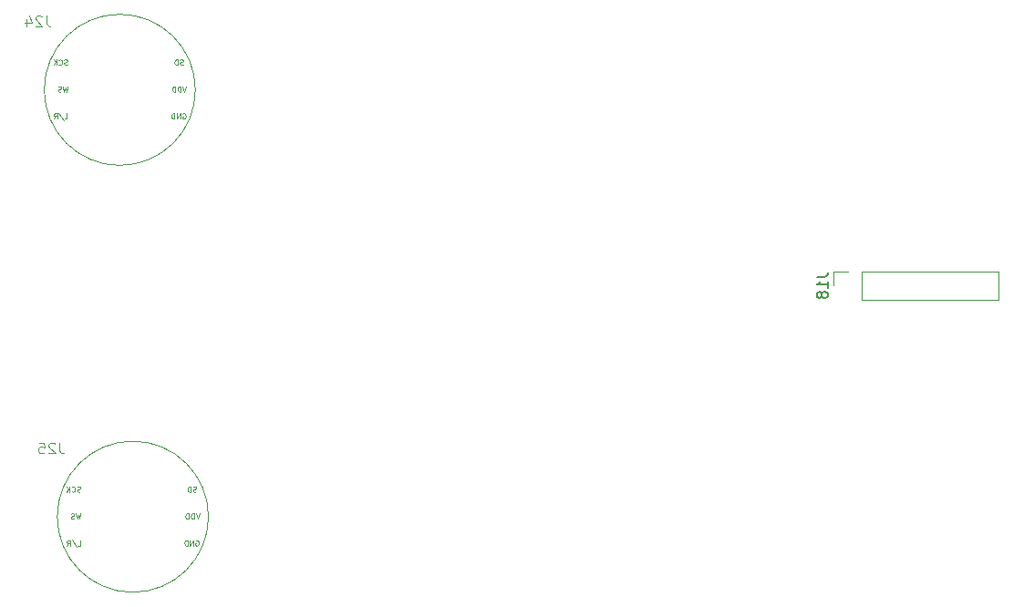
<source format=gbr>
%TF.GenerationSoftware,KiCad,Pcbnew,8.0.1*%
%TF.CreationDate,2024-05-17T10:11:40+07:00*%
%TF.ProjectId,ESP32 Shield,45535033-3220-4536-9869-656c642e6b69,rev?*%
%TF.SameCoordinates,Original*%
%TF.FileFunction,Legend,Bot*%
%TF.FilePolarity,Positive*%
%FSLAX46Y46*%
G04 Gerber Fmt 4.6, Leading zero omitted, Abs format (unit mm)*
G04 Created by KiCad (PCBNEW 8.0.1) date 2024-05-17 10:11:40*
%MOMM*%
%LPD*%
G01*
G04 APERTURE LIST*
%ADD10C,0.100000*%
%ADD11C,0.050000*%
%ADD12C,0.150000*%
%ADD13C,0.120000*%
G04 APERTURE END LIST*
D10*
X115519523Y-52167419D02*
X115519523Y-52881704D01*
X115519523Y-52881704D02*
X115567142Y-53024561D01*
X115567142Y-53024561D02*
X115662380Y-53119800D01*
X115662380Y-53119800D02*
X115805237Y-53167419D01*
X115805237Y-53167419D02*
X115900475Y-53167419D01*
X115090951Y-52262657D02*
X115043332Y-52215038D01*
X115043332Y-52215038D02*
X114948094Y-52167419D01*
X114948094Y-52167419D02*
X114709999Y-52167419D01*
X114709999Y-52167419D02*
X114614761Y-52215038D01*
X114614761Y-52215038D02*
X114567142Y-52262657D01*
X114567142Y-52262657D02*
X114519523Y-52357895D01*
X114519523Y-52357895D02*
X114519523Y-52453133D01*
X114519523Y-52453133D02*
X114567142Y-52595990D01*
X114567142Y-52595990D02*
X115138570Y-53167419D01*
X115138570Y-53167419D02*
X114519523Y-53167419D01*
X113662380Y-52500752D02*
X113662380Y-53167419D01*
X113900475Y-52119800D02*
X114138570Y-52834085D01*
X114138570Y-52834085D02*
X113519523Y-52834085D01*
D11*
X128166153Y-61270019D02*
X128213772Y-61246209D01*
X128213772Y-61246209D02*
X128285201Y-61246209D01*
X128285201Y-61246209D02*
X128356629Y-61270019D01*
X128356629Y-61270019D02*
X128404248Y-61317638D01*
X128404248Y-61317638D02*
X128428058Y-61365257D01*
X128428058Y-61365257D02*
X128451867Y-61460495D01*
X128451867Y-61460495D02*
X128451867Y-61531923D01*
X128451867Y-61531923D02*
X128428058Y-61627161D01*
X128428058Y-61627161D02*
X128404248Y-61674780D01*
X128404248Y-61674780D02*
X128356629Y-61722400D01*
X128356629Y-61722400D02*
X128285201Y-61746209D01*
X128285201Y-61746209D02*
X128237582Y-61746209D01*
X128237582Y-61746209D02*
X128166153Y-61722400D01*
X128166153Y-61722400D02*
X128142344Y-61698590D01*
X128142344Y-61698590D02*
X128142344Y-61531923D01*
X128142344Y-61531923D02*
X128237582Y-61531923D01*
X127928058Y-61746209D02*
X127928058Y-61246209D01*
X127928058Y-61246209D02*
X127642344Y-61746209D01*
X127642344Y-61746209D02*
X127642344Y-61246209D01*
X127404248Y-61746209D02*
X127404248Y-61246209D01*
X127404248Y-61246209D02*
X127285200Y-61246209D01*
X127285200Y-61246209D02*
X127213772Y-61270019D01*
X127213772Y-61270019D02*
X127166153Y-61317638D01*
X127166153Y-61317638D02*
X127142343Y-61365257D01*
X127142343Y-61365257D02*
X127118534Y-61460495D01*
X127118534Y-61460495D02*
X127118534Y-61531923D01*
X127118534Y-61531923D02*
X127142343Y-61627161D01*
X127142343Y-61627161D02*
X127166153Y-61674780D01*
X127166153Y-61674780D02*
X127213772Y-61722400D01*
X127213772Y-61722400D02*
X127285200Y-61746209D01*
X127285200Y-61746209D02*
X127404248Y-61746209D01*
X128499486Y-58746209D02*
X128332820Y-59246209D01*
X128332820Y-59246209D02*
X128166153Y-58746209D01*
X127999487Y-59246209D02*
X127999487Y-58746209D01*
X127999487Y-58746209D02*
X127880439Y-58746209D01*
X127880439Y-58746209D02*
X127809011Y-58770019D01*
X127809011Y-58770019D02*
X127761392Y-58817638D01*
X127761392Y-58817638D02*
X127737582Y-58865257D01*
X127737582Y-58865257D02*
X127713773Y-58960495D01*
X127713773Y-58960495D02*
X127713773Y-59031923D01*
X127713773Y-59031923D02*
X127737582Y-59127161D01*
X127737582Y-59127161D02*
X127761392Y-59174780D01*
X127761392Y-59174780D02*
X127809011Y-59222400D01*
X127809011Y-59222400D02*
X127880439Y-59246209D01*
X127880439Y-59246209D02*
X127999487Y-59246209D01*
X127499487Y-59246209D02*
X127499487Y-58746209D01*
X127499487Y-58746209D02*
X127380439Y-58746209D01*
X127380439Y-58746209D02*
X127309011Y-58770019D01*
X127309011Y-58770019D02*
X127261392Y-58817638D01*
X127261392Y-58817638D02*
X127237582Y-58865257D01*
X127237582Y-58865257D02*
X127213773Y-58960495D01*
X127213773Y-58960495D02*
X127213773Y-59031923D01*
X127213773Y-59031923D02*
X127237582Y-59127161D01*
X127237582Y-59127161D02*
X127261392Y-59174780D01*
X127261392Y-59174780D02*
X127309011Y-59222400D01*
X127309011Y-59222400D02*
X127380439Y-59246209D01*
X127380439Y-59246209D02*
X127499487Y-59246209D01*
X117189963Y-61746209D02*
X117428058Y-61746209D01*
X117428058Y-61746209D02*
X117428058Y-61246209D01*
X116666153Y-61222400D02*
X117094724Y-61865257D01*
X116213772Y-61746209D02*
X116380438Y-61508114D01*
X116499486Y-61746209D02*
X116499486Y-61246209D01*
X116499486Y-61246209D02*
X116309010Y-61246209D01*
X116309010Y-61246209D02*
X116261391Y-61270019D01*
X116261391Y-61270019D02*
X116237581Y-61293828D01*
X116237581Y-61293828D02*
X116213772Y-61341447D01*
X116213772Y-61341447D02*
X116213772Y-61412876D01*
X116213772Y-61412876D02*
X116237581Y-61460495D01*
X116237581Y-61460495D02*
X116261391Y-61484304D01*
X116261391Y-61484304D02*
X116309010Y-61508114D01*
X116309010Y-61508114D02*
X116499486Y-61508114D01*
X117451867Y-56722400D02*
X117380439Y-56746209D01*
X117380439Y-56746209D02*
X117261391Y-56746209D01*
X117261391Y-56746209D02*
X117213772Y-56722400D01*
X117213772Y-56722400D02*
X117189963Y-56698590D01*
X117189963Y-56698590D02*
X117166153Y-56650971D01*
X117166153Y-56650971D02*
X117166153Y-56603352D01*
X117166153Y-56603352D02*
X117189963Y-56555733D01*
X117189963Y-56555733D02*
X117213772Y-56531923D01*
X117213772Y-56531923D02*
X117261391Y-56508114D01*
X117261391Y-56508114D02*
X117356629Y-56484304D01*
X117356629Y-56484304D02*
X117404248Y-56460495D01*
X117404248Y-56460495D02*
X117428058Y-56436685D01*
X117428058Y-56436685D02*
X117451867Y-56389066D01*
X117451867Y-56389066D02*
X117451867Y-56341447D01*
X117451867Y-56341447D02*
X117428058Y-56293828D01*
X117428058Y-56293828D02*
X117404248Y-56270019D01*
X117404248Y-56270019D02*
X117356629Y-56246209D01*
X117356629Y-56246209D02*
X117237582Y-56246209D01*
X117237582Y-56246209D02*
X117166153Y-56270019D01*
X116666154Y-56698590D02*
X116689963Y-56722400D01*
X116689963Y-56722400D02*
X116761392Y-56746209D01*
X116761392Y-56746209D02*
X116809011Y-56746209D01*
X116809011Y-56746209D02*
X116880439Y-56722400D01*
X116880439Y-56722400D02*
X116928058Y-56674780D01*
X116928058Y-56674780D02*
X116951868Y-56627161D01*
X116951868Y-56627161D02*
X116975677Y-56531923D01*
X116975677Y-56531923D02*
X116975677Y-56460495D01*
X116975677Y-56460495D02*
X116951868Y-56365257D01*
X116951868Y-56365257D02*
X116928058Y-56317638D01*
X116928058Y-56317638D02*
X116880439Y-56270019D01*
X116880439Y-56270019D02*
X116809011Y-56246209D01*
X116809011Y-56246209D02*
X116761392Y-56246209D01*
X116761392Y-56246209D02*
X116689963Y-56270019D01*
X116689963Y-56270019D02*
X116666154Y-56293828D01*
X116451868Y-56746209D02*
X116451868Y-56246209D01*
X116166154Y-56746209D02*
X116380439Y-56460495D01*
X116166154Y-56246209D02*
X116451868Y-56531923D01*
X117475677Y-58746209D02*
X117356629Y-59246209D01*
X117356629Y-59246209D02*
X117261391Y-58889066D01*
X117261391Y-58889066D02*
X117166153Y-59246209D01*
X117166153Y-59246209D02*
X117047106Y-58746209D01*
X116880438Y-59222400D02*
X116809010Y-59246209D01*
X116809010Y-59246209D02*
X116689962Y-59246209D01*
X116689962Y-59246209D02*
X116642343Y-59222400D01*
X116642343Y-59222400D02*
X116618534Y-59198590D01*
X116618534Y-59198590D02*
X116594724Y-59150971D01*
X116594724Y-59150971D02*
X116594724Y-59103352D01*
X116594724Y-59103352D02*
X116618534Y-59055733D01*
X116618534Y-59055733D02*
X116642343Y-59031923D01*
X116642343Y-59031923D02*
X116689962Y-59008114D01*
X116689962Y-59008114D02*
X116785200Y-58984304D01*
X116785200Y-58984304D02*
X116832819Y-58960495D01*
X116832819Y-58960495D02*
X116856629Y-58936685D01*
X116856629Y-58936685D02*
X116880438Y-58889066D01*
X116880438Y-58889066D02*
X116880438Y-58841447D01*
X116880438Y-58841447D02*
X116856629Y-58793828D01*
X116856629Y-58793828D02*
X116832819Y-58770019D01*
X116832819Y-58770019D02*
X116785200Y-58746209D01*
X116785200Y-58746209D02*
X116666153Y-58746209D01*
X116666153Y-58746209D02*
X116594724Y-58770019D01*
X128201867Y-56722400D02*
X128130439Y-56746209D01*
X128130439Y-56746209D02*
X128011391Y-56746209D01*
X128011391Y-56746209D02*
X127963772Y-56722400D01*
X127963772Y-56722400D02*
X127939963Y-56698590D01*
X127939963Y-56698590D02*
X127916153Y-56650971D01*
X127916153Y-56650971D02*
X127916153Y-56603352D01*
X127916153Y-56603352D02*
X127939963Y-56555733D01*
X127939963Y-56555733D02*
X127963772Y-56531923D01*
X127963772Y-56531923D02*
X128011391Y-56508114D01*
X128011391Y-56508114D02*
X128106629Y-56484304D01*
X128106629Y-56484304D02*
X128154248Y-56460495D01*
X128154248Y-56460495D02*
X128178058Y-56436685D01*
X128178058Y-56436685D02*
X128201867Y-56389066D01*
X128201867Y-56389066D02*
X128201867Y-56341447D01*
X128201867Y-56341447D02*
X128178058Y-56293828D01*
X128178058Y-56293828D02*
X128154248Y-56270019D01*
X128154248Y-56270019D02*
X128106629Y-56246209D01*
X128106629Y-56246209D02*
X127987582Y-56246209D01*
X127987582Y-56246209D02*
X127916153Y-56270019D01*
X127701868Y-56746209D02*
X127701868Y-56246209D01*
X127701868Y-56246209D02*
X127582820Y-56246209D01*
X127582820Y-56246209D02*
X127511392Y-56270019D01*
X127511392Y-56270019D02*
X127463773Y-56317638D01*
X127463773Y-56317638D02*
X127439963Y-56365257D01*
X127439963Y-56365257D02*
X127416154Y-56460495D01*
X127416154Y-56460495D02*
X127416154Y-56531923D01*
X127416154Y-56531923D02*
X127439963Y-56627161D01*
X127439963Y-56627161D02*
X127463773Y-56674780D01*
X127463773Y-56674780D02*
X127511392Y-56722400D01*
X127511392Y-56722400D02*
X127582820Y-56746209D01*
X127582820Y-56746209D02*
X127701868Y-56746209D01*
D10*
X116729523Y-91827419D02*
X116729523Y-92541704D01*
X116729523Y-92541704D02*
X116777142Y-92684561D01*
X116777142Y-92684561D02*
X116872380Y-92779800D01*
X116872380Y-92779800D02*
X117015237Y-92827419D01*
X117015237Y-92827419D02*
X117110475Y-92827419D01*
X116300951Y-91922657D02*
X116253332Y-91875038D01*
X116253332Y-91875038D02*
X116158094Y-91827419D01*
X116158094Y-91827419D02*
X115919999Y-91827419D01*
X115919999Y-91827419D02*
X115824761Y-91875038D01*
X115824761Y-91875038D02*
X115777142Y-91922657D01*
X115777142Y-91922657D02*
X115729523Y-92017895D01*
X115729523Y-92017895D02*
X115729523Y-92113133D01*
X115729523Y-92113133D02*
X115777142Y-92255990D01*
X115777142Y-92255990D02*
X116348570Y-92827419D01*
X116348570Y-92827419D02*
X115729523Y-92827419D01*
X114824761Y-91827419D02*
X115300951Y-91827419D01*
X115300951Y-91827419D02*
X115348570Y-92303609D01*
X115348570Y-92303609D02*
X115300951Y-92255990D01*
X115300951Y-92255990D02*
X115205713Y-92208371D01*
X115205713Y-92208371D02*
X114967618Y-92208371D01*
X114967618Y-92208371D02*
X114872380Y-92255990D01*
X114872380Y-92255990D02*
X114824761Y-92303609D01*
X114824761Y-92303609D02*
X114777142Y-92398847D01*
X114777142Y-92398847D02*
X114777142Y-92636942D01*
X114777142Y-92636942D02*
X114824761Y-92732180D01*
X114824761Y-92732180D02*
X114872380Y-92779800D01*
X114872380Y-92779800D02*
X114967618Y-92827419D01*
X114967618Y-92827419D02*
X115205713Y-92827419D01*
X115205713Y-92827419D02*
X115300951Y-92779800D01*
X115300951Y-92779800D02*
X115348570Y-92732180D01*
D11*
X118661867Y-96382400D02*
X118590439Y-96406209D01*
X118590439Y-96406209D02*
X118471391Y-96406209D01*
X118471391Y-96406209D02*
X118423772Y-96382400D01*
X118423772Y-96382400D02*
X118399963Y-96358590D01*
X118399963Y-96358590D02*
X118376153Y-96310971D01*
X118376153Y-96310971D02*
X118376153Y-96263352D01*
X118376153Y-96263352D02*
X118399963Y-96215733D01*
X118399963Y-96215733D02*
X118423772Y-96191923D01*
X118423772Y-96191923D02*
X118471391Y-96168114D01*
X118471391Y-96168114D02*
X118566629Y-96144304D01*
X118566629Y-96144304D02*
X118614248Y-96120495D01*
X118614248Y-96120495D02*
X118638058Y-96096685D01*
X118638058Y-96096685D02*
X118661867Y-96049066D01*
X118661867Y-96049066D02*
X118661867Y-96001447D01*
X118661867Y-96001447D02*
X118638058Y-95953828D01*
X118638058Y-95953828D02*
X118614248Y-95930019D01*
X118614248Y-95930019D02*
X118566629Y-95906209D01*
X118566629Y-95906209D02*
X118447582Y-95906209D01*
X118447582Y-95906209D02*
X118376153Y-95930019D01*
X117876154Y-96358590D02*
X117899963Y-96382400D01*
X117899963Y-96382400D02*
X117971392Y-96406209D01*
X117971392Y-96406209D02*
X118019011Y-96406209D01*
X118019011Y-96406209D02*
X118090439Y-96382400D01*
X118090439Y-96382400D02*
X118138058Y-96334780D01*
X118138058Y-96334780D02*
X118161868Y-96287161D01*
X118161868Y-96287161D02*
X118185677Y-96191923D01*
X118185677Y-96191923D02*
X118185677Y-96120495D01*
X118185677Y-96120495D02*
X118161868Y-96025257D01*
X118161868Y-96025257D02*
X118138058Y-95977638D01*
X118138058Y-95977638D02*
X118090439Y-95930019D01*
X118090439Y-95930019D02*
X118019011Y-95906209D01*
X118019011Y-95906209D02*
X117971392Y-95906209D01*
X117971392Y-95906209D02*
X117899963Y-95930019D01*
X117899963Y-95930019D02*
X117876154Y-95953828D01*
X117661868Y-96406209D02*
X117661868Y-95906209D01*
X117376154Y-96406209D02*
X117590439Y-96120495D01*
X117376154Y-95906209D02*
X117661868Y-96191923D01*
X118399963Y-101406209D02*
X118638058Y-101406209D01*
X118638058Y-101406209D02*
X118638058Y-100906209D01*
X117876153Y-100882400D02*
X118304724Y-101525257D01*
X117423772Y-101406209D02*
X117590438Y-101168114D01*
X117709486Y-101406209D02*
X117709486Y-100906209D01*
X117709486Y-100906209D02*
X117519010Y-100906209D01*
X117519010Y-100906209D02*
X117471391Y-100930019D01*
X117471391Y-100930019D02*
X117447581Y-100953828D01*
X117447581Y-100953828D02*
X117423772Y-101001447D01*
X117423772Y-101001447D02*
X117423772Y-101072876D01*
X117423772Y-101072876D02*
X117447581Y-101120495D01*
X117447581Y-101120495D02*
X117471391Y-101144304D01*
X117471391Y-101144304D02*
X117519010Y-101168114D01*
X117519010Y-101168114D02*
X117709486Y-101168114D01*
X129411867Y-96382400D02*
X129340439Y-96406209D01*
X129340439Y-96406209D02*
X129221391Y-96406209D01*
X129221391Y-96406209D02*
X129173772Y-96382400D01*
X129173772Y-96382400D02*
X129149963Y-96358590D01*
X129149963Y-96358590D02*
X129126153Y-96310971D01*
X129126153Y-96310971D02*
X129126153Y-96263352D01*
X129126153Y-96263352D02*
X129149963Y-96215733D01*
X129149963Y-96215733D02*
X129173772Y-96191923D01*
X129173772Y-96191923D02*
X129221391Y-96168114D01*
X129221391Y-96168114D02*
X129316629Y-96144304D01*
X129316629Y-96144304D02*
X129364248Y-96120495D01*
X129364248Y-96120495D02*
X129388058Y-96096685D01*
X129388058Y-96096685D02*
X129411867Y-96049066D01*
X129411867Y-96049066D02*
X129411867Y-96001447D01*
X129411867Y-96001447D02*
X129388058Y-95953828D01*
X129388058Y-95953828D02*
X129364248Y-95930019D01*
X129364248Y-95930019D02*
X129316629Y-95906209D01*
X129316629Y-95906209D02*
X129197582Y-95906209D01*
X129197582Y-95906209D02*
X129126153Y-95930019D01*
X128911868Y-96406209D02*
X128911868Y-95906209D01*
X128911868Y-95906209D02*
X128792820Y-95906209D01*
X128792820Y-95906209D02*
X128721392Y-95930019D01*
X128721392Y-95930019D02*
X128673773Y-95977638D01*
X128673773Y-95977638D02*
X128649963Y-96025257D01*
X128649963Y-96025257D02*
X128626154Y-96120495D01*
X128626154Y-96120495D02*
X128626154Y-96191923D01*
X128626154Y-96191923D02*
X128649963Y-96287161D01*
X128649963Y-96287161D02*
X128673773Y-96334780D01*
X128673773Y-96334780D02*
X128721392Y-96382400D01*
X128721392Y-96382400D02*
X128792820Y-96406209D01*
X128792820Y-96406209D02*
X128911868Y-96406209D01*
X129709486Y-98406209D02*
X129542820Y-98906209D01*
X129542820Y-98906209D02*
X129376153Y-98406209D01*
X129209487Y-98906209D02*
X129209487Y-98406209D01*
X129209487Y-98406209D02*
X129090439Y-98406209D01*
X129090439Y-98406209D02*
X129019011Y-98430019D01*
X129019011Y-98430019D02*
X128971392Y-98477638D01*
X128971392Y-98477638D02*
X128947582Y-98525257D01*
X128947582Y-98525257D02*
X128923773Y-98620495D01*
X128923773Y-98620495D02*
X128923773Y-98691923D01*
X128923773Y-98691923D02*
X128947582Y-98787161D01*
X128947582Y-98787161D02*
X128971392Y-98834780D01*
X128971392Y-98834780D02*
X129019011Y-98882400D01*
X129019011Y-98882400D02*
X129090439Y-98906209D01*
X129090439Y-98906209D02*
X129209487Y-98906209D01*
X128709487Y-98906209D02*
X128709487Y-98406209D01*
X128709487Y-98406209D02*
X128590439Y-98406209D01*
X128590439Y-98406209D02*
X128519011Y-98430019D01*
X128519011Y-98430019D02*
X128471392Y-98477638D01*
X128471392Y-98477638D02*
X128447582Y-98525257D01*
X128447582Y-98525257D02*
X128423773Y-98620495D01*
X128423773Y-98620495D02*
X128423773Y-98691923D01*
X128423773Y-98691923D02*
X128447582Y-98787161D01*
X128447582Y-98787161D02*
X128471392Y-98834780D01*
X128471392Y-98834780D02*
X128519011Y-98882400D01*
X128519011Y-98882400D02*
X128590439Y-98906209D01*
X128590439Y-98906209D02*
X128709487Y-98906209D01*
X118685677Y-98406209D02*
X118566629Y-98906209D01*
X118566629Y-98906209D02*
X118471391Y-98549066D01*
X118471391Y-98549066D02*
X118376153Y-98906209D01*
X118376153Y-98906209D02*
X118257106Y-98406209D01*
X118090438Y-98882400D02*
X118019010Y-98906209D01*
X118019010Y-98906209D02*
X117899962Y-98906209D01*
X117899962Y-98906209D02*
X117852343Y-98882400D01*
X117852343Y-98882400D02*
X117828534Y-98858590D01*
X117828534Y-98858590D02*
X117804724Y-98810971D01*
X117804724Y-98810971D02*
X117804724Y-98763352D01*
X117804724Y-98763352D02*
X117828534Y-98715733D01*
X117828534Y-98715733D02*
X117852343Y-98691923D01*
X117852343Y-98691923D02*
X117899962Y-98668114D01*
X117899962Y-98668114D02*
X117995200Y-98644304D01*
X117995200Y-98644304D02*
X118042819Y-98620495D01*
X118042819Y-98620495D02*
X118066629Y-98596685D01*
X118066629Y-98596685D02*
X118090438Y-98549066D01*
X118090438Y-98549066D02*
X118090438Y-98501447D01*
X118090438Y-98501447D02*
X118066629Y-98453828D01*
X118066629Y-98453828D02*
X118042819Y-98430019D01*
X118042819Y-98430019D02*
X117995200Y-98406209D01*
X117995200Y-98406209D02*
X117876153Y-98406209D01*
X117876153Y-98406209D02*
X117804724Y-98430019D01*
X129376153Y-100930019D02*
X129423772Y-100906209D01*
X129423772Y-100906209D02*
X129495201Y-100906209D01*
X129495201Y-100906209D02*
X129566629Y-100930019D01*
X129566629Y-100930019D02*
X129614248Y-100977638D01*
X129614248Y-100977638D02*
X129638058Y-101025257D01*
X129638058Y-101025257D02*
X129661867Y-101120495D01*
X129661867Y-101120495D02*
X129661867Y-101191923D01*
X129661867Y-101191923D02*
X129638058Y-101287161D01*
X129638058Y-101287161D02*
X129614248Y-101334780D01*
X129614248Y-101334780D02*
X129566629Y-101382400D01*
X129566629Y-101382400D02*
X129495201Y-101406209D01*
X129495201Y-101406209D02*
X129447582Y-101406209D01*
X129447582Y-101406209D02*
X129376153Y-101382400D01*
X129376153Y-101382400D02*
X129352344Y-101358590D01*
X129352344Y-101358590D02*
X129352344Y-101191923D01*
X129352344Y-101191923D02*
X129447582Y-101191923D01*
X129138058Y-101406209D02*
X129138058Y-100906209D01*
X129138058Y-100906209D02*
X128852344Y-101406209D01*
X128852344Y-101406209D02*
X128852344Y-100906209D01*
X128614248Y-101406209D02*
X128614248Y-100906209D01*
X128614248Y-100906209D02*
X128495200Y-100906209D01*
X128495200Y-100906209D02*
X128423772Y-100930019D01*
X128423772Y-100930019D02*
X128376153Y-100977638D01*
X128376153Y-100977638D02*
X128352343Y-101025257D01*
X128352343Y-101025257D02*
X128328534Y-101120495D01*
X128328534Y-101120495D02*
X128328534Y-101191923D01*
X128328534Y-101191923D02*
X128352343Y-101287161D01*
X128352343Y-101287161D02*
X128376153Y-101334780D01*
X128376153Y-101334780D02*
X128423772Y-101382400D01*
X128423772Y-101382400D02*
X128495200Y-101406209D01*
X128495200Y-101406209D02*
X128614248Y-101406209D01*
D12*
X187044819Y-76450476D02*
X187759104Y-76450476D01*
X187759104Y-76450476D02*
X187901961Y-76402857D01*
X187901961Y-76402857D02*
X187997200Y-76307619D01*
X187997200Y-76307619D02*
X188044819Y-76164762D01*
X188044819Y-76164762D02*
X188044819Y-76069524D01*
X188044819Y-77450476D02*
X188044819Y-76879048D01*
X188044819Y-77164762D02*
X187044819Y-77164762D01*
X187044819Y-77164762D02*
X187187676Y-77069524D01*
X187187676Y-77069524D02*
X187282914Y-76974286D01*
X187282914Y-76974286D02*
X187330533Y-76879048D01*
X187473390Y-78021905D02*
X187425771Y-77926667D01*
X187425771Y-77926667D02*
X187378152Y-77879048D01*
X187378152Y-77879048D02*
X187282914Y-77831429D01*
X187282914Y-77831429D02*
X187235295Y-77831429D01*
X187235295Y-77831429D02*
X187140057Y-77879048D01*
X187140057Y-77879048D02*
X187092438Y-77926667D01*
X187092438Y-77926667D02*
X187044819Y-78021905D01*
X187044819Y-78021905D02*
X187044819Y-78212381D01*
X187044819Y-78212381D02*
X187092438Y-78307619D01*
X187092438Y-78307619D02*
X187140057Y-78355238D01*
X187140057Y-78355238D02*
X187235295Y-78402857D01*
X187235295Y-78402857D02*
X187282914Y-78402857D01*
X187282914Y-78402857D02*
X187378152Y-78355238D01*
X187378152Y-78355238D02*
X187425771Y-78307619D01*
X187425771Y-78307619D02*
X187473390Y-78212381D01*
X187473390Y-78212381D02*
X187473390Y-78021905D01*
X187473390Y-78021905D02*
X187521009Y-77926667D01*
X187521009Y-77926667D02*
X187568628Y-77879048D01*
X187568628Y-77879048D02*
X187663866Y-77831429D01*
X187663866Y-77831429D02*
X187854342Y-77831429D01*
X187854342Y-77831429D02*
X187949580Y-77879048D01*
X187949580Y-77879048D02*
X187997200Y-77926667D01*
X187997200Y-77926667D02*
X188044819Y-78021905D01*
X188044819Y-78021905D02*
X188044819Y-78212381D01*
X188044819Y-78212381D02*
X187997200Y-78307619D01*
X187997200Y-78307619D02*
X187949580Y-78355238D01*
X187949580Y-78355238D02*
X187854342Y-78402857D01*
X187854342Y-78402857D02*
X187663866Y-78402857D01*
X187663866Y-78402857D02*
X187568628Y-78355238D01*
X187568628Y-78355238D02*
X187521009Y-78307619D01*
X187521009Y-78307619D02*
X187473390Y-78212381D01*
D11*
%TO.C,J24*%
X129347834Y-59060000D02*
G75*
G02*
X115312166Y-59060000I-7017834J0D01*
G01*
X115312166Y-59060000D02*
G75*
G02*
X129347834Y-59060000I7017834J0D01*
G01*
%TO.C,J25*%
X130557834Y-98720000D02*
G75*
G02*
X116522166Y-98720000I-7017834J0D01*
G01*
X116522166Y-98720000D02*
G75*
G02*
X130557834Y-98720000I7017834J0D01*
G01*
D13*
%TO.C,J18*%
X188590000Y-75930000D02*
X189920000Y-75930000D01*
X188590000Y-77260000D02*
X188590000Y-75930000D01*
X191190000Y-78590000D02*
X191190000Y-75930000D01*
X203950000Y-75930000D02*
X191190000Y-75930000D01*
X203950000Y-78590000D02*
X191190000Y-78590000D01*
X203950000Y-78590000D02*
X203950000Y-75930000D01*
%TD*%
M02*

</source>
